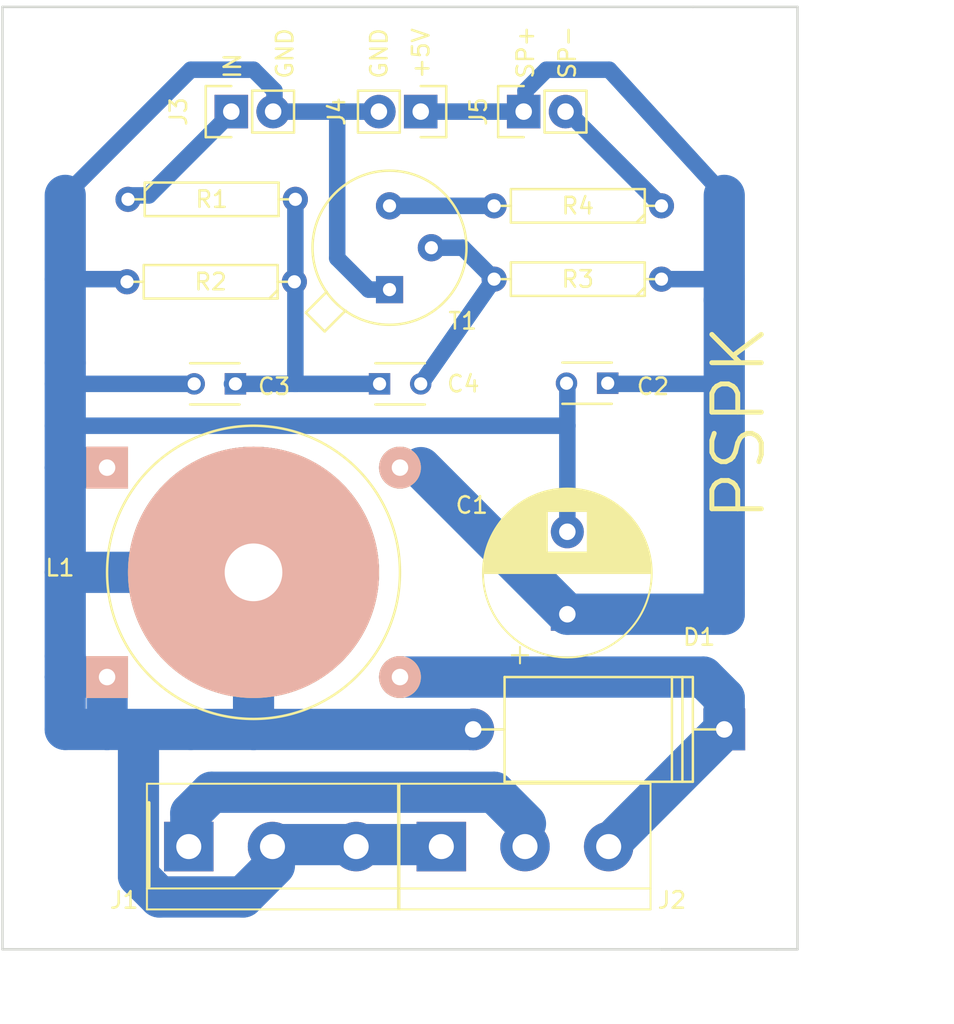
<source format=kicad_pcb>
(kicad_pcb (version 20211014) (generator pcbnew)
  (title_block (title "PSPK Speaker amplifier module") (date "2025-11-16") (rev "1.0") (company "Pozsar Zsolt") (comment 1 "Zacchaeus Microcomputer"))
  (layers (0 "F.Cu" signal) (31 "B.Cu" jumper) (34 "B.Paste" user) (35 "F.Paste" user) (36 "B.SilkS" user "B.Silkscreen") (37 "F.SilkS" user "F.Silkscreen") (38 "B.Mask" user) (39 "F.Mask" user) (44 "Edge.Cuts" user))
  (net 0 "")
  (net 1 "Net-(J4-Pad2)")
  (net 2 "Net-(R3-Pad1)")
  (net 3 "Net-(C3-Pad1)")
  (net 4 "Net-(C4-Pad2)")
  (net 5 "Net-(J2-Pad3)")
  (net 6 "Net-(J1-Pad1)")
  (net 7 "Net-(R1-Pad1)")
  (net 8 "Net-(J5-Pad2)")
  (net 9 "Net-(R4-Pad2)")
  (footprint "Pin_Headers:Pin_Header_Straight_1x02" (layer "F.Cu") (at 132 74.93 90)
    (fp_text reference "J3" (at 0 -3.2 90) (layer "F.SilkS"))
    (fp_text value "Conn_01x02_Male")
    (fp_line (start 1.27 1.27) (end 1.27 3.81) (layer "F.SilkS") (width 0.15))
    (fp_line (start -1.55 -1.55) (end 1.55 -1.55) (layer "F.SilkS") (width 0.15))
    (fp_line (start 1.55 -1.55) (end 1.55 0) (layer "F.SilkS") (width 0.15))
    (fp_line (start -1.27 1.27) (end -1.27 3.81) (layer "F.SilkS") (width 0.15))
    (fp_line (start -1.55 0) (end -1.55 -1.55) (layer "F.SilkS") (width 0.15))
    (fp_line (start 1.27 1.27) (end -1.27 1.27) (layer "F.SilkS") (width 0.15))
    (fp_line (start -1.27 3.81) (end 1.27 3.81) (layer "F.SilkS") (width 0.15))
    (pad "1" thru_hole rect locked (at 0 0 90) (size 2.032 2.032) (drill 1) (layers *.Cu *.Mask) (net 7 "Net-(R1-Pad1)"))
    (pad "2" thru_hole oval locked (at 0 2.54 90) (size 2.032 2.032) (drill 1) (layers *.Cu *.Mask) (net 1 "Net-(J4-Pad2)"))
  )
  (footprint "Pin_Headers:Pin_Header_Straight_1x02" (layer "F.Cu") (at 143.5 74.93 -90)
    (fp_text reference "J4" (at 0 5.1 90) (layer "F.SilkS"))
    (fp_text value "Conn_01x02_Male")
    (fp_line (start -1.55 -1.55) (end 1.55 -1.55) (layer "F.SilkS") (width 0.15))
    (fp_line (start 1.27 1.27) (end -1.27 1.27) (layer "F.SilkS") (width 0.15))
    (fp_line (start 1.27 1.27) (end 1.27 3.81) (layer "F.SilkS") (width 0.15))
    (fp_line (start -1.27 1.27) (end -1.27 3.81) (layer "F.SilkS") (width 0.15))
    (fp_line (start -1.27 3.81) (end 1.27 3.81) (layer "F.SilkS") (width 0.15))
    (fp_line (start -1.55 0) (end -1.55 -1.55) (layer "F.SilkS") (width 0.15))
    (fp_line (start 1.55 -1.55) (end 1.55 0) (layer "F.SilkS") (width 0.15))
    (pad "1" thru_hole rect locked (at 0 0 270) (size 2.032 2.032) (drill 1) (layers *.Cu *.Mask) (net 2 "Net-(R3-Pad1)"))
    (pad "2" thru_hole oval locked (at 0 2.54 270) (size 2.032 2.032) (drill 1) (layers *.Cu *.Mask) (net 1 "Net-(J4-Pad2)"))
  )
  (footprint "Pin_Headers:Pin_Header_Straight_1x02" (layer "F.Cu") (at 149.75 74.93 90)
    (fp_text reference "J5" (at 0 -2.75 90) (layer "F.SilkS"))
    (fp_text value "Conn_01x02_Male")
    (fp_line (start 1.55 -1.55) (end 1.55 0) (layer "F.SilkS") (width 0.15))
    (fp_line (start 1.27 1.27) (end 1.27 3.81) (layer "F.SilkS") (width 0.15))
    (fp_line (start -1.27 3.81) (end 1.27 3.81) (layer "F.SilkS") (width 0.15))
    (fp_line (start -1.55 0) (end -1.55 -1.55) (layer "F.SilkS") (width 0.15))
    (fp_line (start 1.27 1.27) (end -1.27 1.27) (layer "F.SilkS") (width 0.15))
    (fp_line (start -1.27 1.27) (end -1.27 3.81) (layer "F.SilkS") (width 0.15))
    (fp_line (start -1.55 -1.55) (end 1.55 -1.55) (layer "F.SilkS") (width 0.15))
    (pad "1" thru_hole rect locked (at 0 0 90) (size 2.032 2.032) (drill 1) (layers *.Cu *.Mask) (net 2 "Net-(R3-Pad1)"))
    (pad "2" thru_hole oval locked (at 0 2.54 90) (size 2.032 2.032) (drill 1) (layers *.Cu *.Mask) (net 8 "Net-(J5-Pad2)"))
  )
  (footprint "Discret:R4" (layer "F.Cu") (at 153.035 80.645 180)
    (fp_text reference "R4" (at 0 0) (layer "F.SilkS"))
    (fp_text value "R")
    (fp_line (start 4.064 -1.016) (end 4.064 1.016) (layer "F.SilkS") (width 0.15))
    (fp_line (start -5.08 0) (end -4.064 0) (layer "F.SilkS") (width 0.15))
    (fp_line (start -4.064 1.016) (end -4.064 0) (layer "F.SilkS") (width 0.15))
    (fp_line (start 4.064 1.016) (end -4.064 1.016) (layer "F.SilkS") (width 0.15))
    (fp_line (start 5.08 0) (end 4.064 0) (layer "F.SilkS") (width 0.15))
    (fp_line (start -4.064 -0.508) (end -3.556 -1.016) (layer "F.SilkS") (width 0.15))
    (fp_line (start -4.064 0) (end -4.064 -1.016) (layer "F.SilkS") (width 0.15))
    (fp_line (start -4.064 -1.016) (end 4.064 -1.016) (layer "F.SilkS") (width 0.15))
    (pad "1" thru_hole circle locked (at -5.08 0 180) (size 1.524 1.524) (drill 0.8) (layers *.Cu *.Mask) (net 8 "Net-(J5-Pad2)"))
    (pad "2" thru_hole circle locked (at 5.08 0 180) (size 1.524 1.524) (drill 0.8) (layers *.Cu *.Mask) (net 9 "Net-(R4-Pad2)"))
  )
  (footprint "Discret:R4" (layer "F.Cu") (at 130.81 80.25)
    (fp_text reference "R1" (at 0 0) (layer "F.SilkS"))
    (fp_text value "R")
    (fp_line (start -4.064 0) (end -4.064 -1.016) (layer "F.SilkS") (width 0.15))
    (fp_line (start -5.08 0) (end -4.064 0) (layer "F.SilkS") (width 0.15))
    (fp_line (start -4.064 1.016) (end -4.064 0) (layer "F.SilkS") (width 0.15))
    (fp_line (start -4.064 -1.016) (end 4.064 -1.016) (layer "F.SilkS") (width 0.15))
    (fp_line (start -4.064 -0.508) (end -3.556 -1.016) (layer "F.SilkS") (width 0.15))
    (fp_line (start 4.064 -1.016) (end 4.064 1.016) (layer "F.SilkS") (width 0.15))
    (fp_line (start 4.064 1.016) (end -4.064 1.016) (layer "F.SilkS") (width 0.15))
    (fp_line (start 5.08 0) (end 4.064 0) (layer "F.SilkS") (width 0.15))
    (pad "1" thru_hole circle locked (at -5.08 0) (size 1.524 1.524) (drill 0.8) (layers *.Cu *.Mask) (net 7 "Net-(R1-Pad1)"))
    (pad "2" thru_hole circle locked (at 5.08 0) (size 1.524 1.524) (drill 0.8) (layers *.Cu *.Mask) (net 3 "Net-(C3-Pad1)"))
  )
  (footprint "Discret:R4" (layer "F.Cu") (at 130.75 85.25 180)
    (fp_text reference "R2" (at 0 0) (layer "F.SilkS"))
    (fp_text value "R")
    (fp_line (start -4.064 1.016) (end -4.064 0) (layer "F.SilkS") (width 0.15))
    (fp_line (start 4.064 1.016) (end -4.064 1.016) (layer "F.SilkS") (width 0.15))
    (fp_line (start -5.08 0) (end -4.064 0) (layer "F.SilkS") (width 0.15))
    (fp_line (start 4.064 -1.016) (end 4.064 1.016) (layer "F.SilkS") (width 0.15))
    (fp_line (start -4.064 -1.016) (end 4.064 -1.016) (layer "F.SilkS") (width 0.15))
    (fp_line (start 5.08 0) (end 4.064 0) (layer "F.SilkS") (width 0.15))
    (fp_line (start -4.064 -0.508) (end -3.556 -1.016) (layer "F.SilkS") (width 0.15))
    (fp_line (start -4.064 0) (end -4.064 -1.016) (layer "F.SilkS") (width 0.15))
    (pad "1" thru_hole circle locked (at -5.08 0 180) (size 1.524 1.524) (drill 0.8) (layers *.Cu *.Mask) (net 3 "Net-(C3-Pad1)"))
    (pad "2" thru_hole circle locked (at 5.08 0 180) (size 1.524 1.524) (drill 0.8) (layers *.Cu *.Mask) (net 1 "Net-(J4-Pad2)"))
  )
  (footprint "Discret:R4" (layer "F.Cu") (at 153.035 85.09 180)
    (fp_text reference "R3" (at 0 0) (layer "F.SilkS"))
    (fp_text value "R")
    (fp_line (start -4.064 1.016) (end -4.064 0) (layer "F.SilkS") (width 0.15))
    (fp_line (start -4.064 -0.508) (end -3.556 -1.016) (layer "F.SilkS") (width 0.15))
    (fp_line (start 4.064 -1.016) (end 4.064 1.016) (layer "F.SilkS") (width 0.15))
    (fp_line (start -5.08 0) (end -4.064 0) (layer "F.SilkS") (width 0.15))
    (fp_line (start -4.064 -1.016) (end 4.064 -1.016) (layer "F.SilkS") (width 0.15))
    (fp_line (start 5.08 0) (end 4.064 0) (layer "F.SilkS") (width 0.15))
    (fp_line (start 4.064 1.016) (end -4.064 1.016) (layer "F.SilkS") (width 0.15))
    (fp_line (start -4.064 0) (end -4.064 -1.016) (layer "F.SilkS") (width 0.15))
    (pad "1" thru_hole circle locked (at -5.08 0 180) (size 1.524 1.524) (drill 0.8) (layers *.Cu *.Mask) (net 2 "Net-(R3-Pad1)"))
    (pad "2" thru_hole circle locked (at 5.08 0 180) (size 1.524 1.524) (drill 0.8) (layers *.Cu *.Mask) (net 4 "Net-(C4-Pad2)"))
  )
  (footprint "Capacitors_THT:C_Disc_D3_P2.5" (layer "F.Cu") (at 132.25 91.44 180)
    (fp_text reference "C3" (at -2.35 -0.16) (layer "F.SilkS"))
    (fp_text value "C")
    (fp_line (start -0.25 -1.25) (end 2.75 -1.25) (layer "F.SilkS") (width 0.15))
    (fp_line (start 2.75 1.25) (end -0.25 1.25) (layer "F.SilkS") (width 0.15))
    (pad "1" thru_hole rect locked (at 0 0 180) (size 1.3 1.3) (drill 0.8) (layers *.Cu *.Mask) (net 3 "Net-(C3-Pad1)"))
    (pad "2" thru_hole circle locked (at 2.5 0 180) (size 1.3 1.3) (drill 0.8) (layers *.Cu *.Mask) (net 1 "Net-(J4-Pad2)"))
  )
  (footprint "Capacitors_THT:C_Disc_D3_P2.5" (layer "F.Cu") (at 154.85 91.4 180)
    (fp_text reference "C2" (at -2.75 -0.2) (layer "F.SilkS"))
    (fp_text value "C")
    (fp_line (start -0.25 -1.25) (end 2.75 -1.25) (layer "F.SilkS") (width 0.15))
    (fp_line (start 2.75 1.25) (end -0.25 1.25) (layer "F.SilkS") (width 0.15))
    (pad "1" thru_hole rect locked (at 0 0 180) (size 1.3 1.3) (drill 0.8) (layers *.Cu *.Mask) (net 2 "Net-(R3-Pad1)"))
    (pad "2" thru_hole circle locked (at 2.5 0 180) (size 1.3 1.3) (drill 0.8) (layers *.Cu *.Mask) (net 1 "Net-(J4-Pad2)"))
  )
  (footprint "TO_SOT_Packages_THT:TO39EBC" (layer "F.Cu") (at 141.605 85.725 90)
    (fp_text reference "T1" (at -1.905 4.445 180) (layer "F.SilkS"))
    (fp_text value "Q_NPN_EBC")
    (fp_line (start -0.127 -3.81) (end -1.397 -5.08) (layer "F.SilkS") (width 0.15))
    (fp_line (start -1.397 -5.08) (end -2.54 -3.937) (layer "F.SilkS") (width 0.15))
    (fp_line (start -1.27 -2.667) (end -2.54 -3.937) (layer "F.SilkS") (width 0.15))
    (fp_circle (center 2.54 0) (end 5.715 3.429) (layer "F.SilkS") (width 0.15) (fill none))
    (pad "1" thru_hole rect locked (at 0 0 90) (size 1.651 1.651) (drill 0.8) (layers *.Cu *.Mask) (net 1 "Net-(J4-Pad2)"))
    (pad "2" thru_hole circle locked (at 2.54 2.54 90) (size 1.651 1.651) (drill 0.8) (layers *.Cu *.Mask) (net 4 "Net-(C4-Pad2)"))
    (pad "3" thru_hole circle locked (at 5.08 0 90) (size 1.651 1.651) (drill 0.8) (layers *.Cu *.Mask) (net 9 "Net-(R4-Pad2)"))
  )
  (footprint "Capacitor_THT:CP_Radial_D10.0mm_P5.00mm" (layer "F.Cu") (at 152.4 105.41 90)
    (fp_text reference "C1" (at 6.61 -5.8 180) (layer "F.SilkS"))
    (fp_text value "C_Polarized")
    (fp_line (start 5.181 -4.323) (end 5.181 -1.241) (layer "F.SilkS") (width 0.12))
    (fp_line (start 2.62 -5.079) (end 2.62 5.079) (layer "F.SilkS") (width 0.12))
    (fp_line (start 6.901 -2.579) (end 6.901 2.579) (layer "F.SilkS") (width 0.12))
    (fp_line (start 7.221 -1.944) (end 7.221 1.944) (layer "F.SilkS") (width 0.12))
    (fp_line (start 5.341 -4.221) (end 5.341 -1.241) (layer "F.SilkS") (width 0.12))
    (fp_line (start 4.621 1.241) (end 4.621 4.621) (layer "F.SilkS") (width 0.12))
    (fp_line (start 3.821 -4.907) (end 3.821 -1.241) (layer "F.SilkS") (width 0.12))
    (fp_line (start 6.181 -3.52) (end 6.181 -1.241) (layer "F.SilkS") (width 0.12))
    (fp_line (start 4.981 -4.44) (end 4.981 -1.241) (layer "F.SilkS") (width 0.12))
    (fp_line (start 3.421 -4.997) (end 3.421 4.997) (layer "F.SilkS") (width 0.12))
    (fp_line (start 3.18 -5.035) (end 3.18 5.035) (layer "F.SilkS") (width 0.12))
    (fp_line (start 4.221 -4.783) (end 4.221 -1.241) (layer "F.SilkS") (width 0.12))
    (fp_line (start 5.461 1.241) (end 5.461 4.138) (layer "F.SilkS") (width 0.12))
    (fp_line (start 6.021 -3.679) (end 6.021 -1.241) (layer "F.SilkS") (width 0.12))
    (fp_line (start 5.781 1.241) (end 5.781 3.892) (layer "F.SilkS") (width 0.12))
    (fp_line (start 5.581 -4.05) (end 5.581 -1.241) (layer "F.SilkS") (width 0.12))
    (fp_line (start 3.741 -4.928) (end 3.741 4.928) (layer "F.SilkS") (width 0.12))
    (fp_line (start 6.981 -2.439) (end 6.981 2.439) (layer "F.SilkS") (width 0.12))
    (fp_line (start -2.979646 -2.875) (end -1.979646 -2.875) (layer "F.SilkS") (width 0.12))
    (fp_line (start 6.141 1.241) (end 6.141 3.561) (layer "F.SilkS") (width 0.12))
    (fp_line (start 4.901 1.241) (end 4.901 4.483) (layer "F.SilkS") (width 0.12))
    (fp_line (start 5.101 -4.371) (end 5.101 -1.241) (layer "F.SilkS") (width 0.12))
    (fp_line (start 4.741 -4.564) (end 4.741 -1.241) (layer "F.SilkS") (width 0.12))
    (fp_line (start 5.861 1.241) (end 5.861 3.824) (layer "F.SilkS") (width 0.12))
    (fp_line (start 4.261 1.241) (end 4.261 4.768) (layer "F.SilkS") (width 0.12))
    (fp_line (start 6.821 -2.709) (end 6.821 2.709) (layer "F.SilkS") (width 0.12))
    (fp_line (start 6.501 -3.156) (end 6.501 3.156) (layer "F.SilkS") (width 0.12))
    (fp_line (start 4.461 1.241) (end 4.461 4.69) (layer "F.SilkS") (width 0.12))
    (fp_line (start 4.181 -4.797) (end 4.181 -1.241) (layer "F.SilkS") (width 0.12))
    (fp_line (start 4.901 -4.483) (end 4.901 -1.241) (layer "F.SilkS") (width 0.12))
    (fp_line (start 3.341 -5.011) (end 3.341 5.011) (layer "F.SilkS") (width 0.12))
    (fp_line (start 5.341 1.241) (end 5.341 4.221) (layer "F.SilkS") (width 0.12))
    (fp_line (start 6.261 -3.436) (end 6.261 3.436) (layer "F.SilkS") (width 0.12))
    (fp_line (start 3.941 -4.874) (end 3.941 -1.241) (layer "F.SilkS") (width 0.12))
    (fp_line (start 2.78 -5.073) (end 2.78 5.073) (layer "F.SilkS") (width 0.12))
    (fp_line (start 4.941 -4.462) (end 4.941 -1.241) (layer "F.SilkS") (width 0.12))
    (fp_line (start 6.221 -3.478) (end 6.221 -1.241) (layer "F.SilkS") (width 0.12))
    (fp_line (start 5.701 -3.957) (end 5.701 -1.241) (layer "F.SilkS") (width 0.12))
    (fp_line (start 6.381 -3.301) (end 6.381 3.301) (layer "F.SilkS") (width 0.12))
    (fp_line (start 4.021 -4.85) (end 4.021 -1.241) (layer "F.SilkS") (width 0.12))
    (fp_line (start 7.581 -0.599) (end 7.581 0.599) (layer "F.SilkS") (width 0.12))
    (fp_line (start 2.82 -5.07) (end 2.82 5.07) (layer "F.SilkS") (width 0.12))
    (fp_line (start 3.861 -4.897) (end 3.861 -1.241) (layer "F.SilkS") (width 0.12))
    (fp_line (start 6.541 -3.106) (end 6.541 3.106) (layer "F.SilkS") (width 0.12))
    (fp_line (start 5.421 1.241) (end 5.421 4.166) (layer "F.SilkS") (width 0.12))
    (fp_line (start 5.221 1.241) (end 5.221 4.298) (layer "F.SilkS") (width 0.12))
    (fp_line (start 3.581 -4.965) (end 3.581 4.965) (layer "F.SilkS") (width 0.12))
    (fp_line (start 5.661 1.241) (end 5.661 3.989) (layer "F.SilkS") (width 0.12))
    (fp_line (start 5.141 -4.347) (end 5.141 -1.241) (layer "F.SilkS") (width 0.12))
    (fp_line (start 7.101 -2.209) (end 7.101 2.209) (layer "F.SilkS") (width 0.12))
    (fp_line (start 5.621 -4.02) (end 5.621 -1.241) (layer "F.SilkS") (width 0.12))
    (fp_line (start 5.301 1.241) (end 5.301 4.247) (layer "F.SilkS") (width 0.12))
    (fp_line (start 6.701 -2.889) (end 6.701 2.889) (layer "F.SilkS") (width 0.12))
    (fp_line (start 3.221 -5.03) (end 3.221 5.03) (layer "F.SilkS") (width 0.12))
    (fp_line (start 4.461 -4.69) (end 4.461 -1.241) (layer "F.SilkS") (width 0.12))
    (fp_line (start 4.541 -4.657) (end 4.541 -1.241) (layer "F.SilkS") (width 0.12))
    (fp_line (start 3.501 -4.982) (end 3.501 4.982) (layer "F.SilkS") (width 0.12))
    (fp_line (start 4.021 1.241) (end 4.021 4.85) (layer "F.SilkS") (width 0.12))
    (fp_line (start 6.301 -3.392) (end 6.301 3.392) (layer "F.SilkS") (width 0.12))
    (fp_line (start 7.541 -0.862) (end 7.541 0.862) (layer "F.SilkS") (width 0.12))
    (fp_line (start 4.181 1.241) (end 4.181 4.797) (layer "F.SilkS") (width 0.12))
    (fp_line (start 4.781 -4.545) (end 4.781 -1.241) (layer "F.SilkS") (width 0.12))
    (fp_line (start 7.181 -2.037) (end 7.181 2.037) (layer "F.SilkS") (width 0.12))
    (fp_line (start 4.341 1.241) (end 4.341 4.738) (layer "F.SilkS") (width 0.12))
    (fp_line (start 5.941 -3.753) (end 5.941 -1.241) (layer "F.SilkS") (width 0.12))
    (fp_line (start 4.821 1.241) (end 4.821 4.525) (layer "F.SilkS") (width 0.12))
    (fp_line (start 3.861 1.241) (end 3.861 4.897) (layer "F.SilkS") (width 0.12))
    (fp_line (start 3.981 1.241) (end 3.981 4.862) (layer "F.SilkS") (width 0.12))
    (fp_line (start -2.479646 -3.375) (end -2.479646 -2.375) (layer "F.SilkS") (width 0.12))
    (fp_line (start 5.061 1.241) (end 5.061 4.395) (layer "F.SilkS") (width 0.12))
    (fp_line (start 5.581 1.241) (end 5.581 4.05) (layer "F.SilkS") (width 0.12))
    (fp_line (start 5.981 1.241) (end 5.981 3.716) (layer "F.SilkS") (width 0.12))
    (fp_line (start 3.781 1.241) (end 3.781 4.918) (layer "F.SilkS") (width 0.12))
    (fp_line (start 4.661 -4.603) (end 4.661 -1.241) (layer "F.SilkS") (width 0.12))
    (fp_line (start 6.061 -3.64) (end 6.061 -1.241) (layer "F.SilkS") (width 0.12))
    (fp_line (start 5.701 1.241) (end 5.701 3.957) (layer "F.SilkS") (width 0.12))
    (fp_line (start 3.461 -4.99) (end 3.461 4.99) (layer "F.SilkS") (width 0.12))
    (fp_line (start 5.501 1.241) (end 5.501 4.11) (layer "F.SilkS") (width 0.12))
    (fp_line (start 3.1 -5.045) (end 3.1 5.045) (layer "F.SilkS") (width 0.12))
    (fp_line (start 2.86 -5.068) (end 2.86 5.068) (layer "F.SilkS") (width 0.12))
    (fp_line (start 3.701 -4.938) (end 3.701 4.938) (layer "F.SilkS") (width 0.12))
    (fp_line (start 5.141 1.241) (end 5.141 4.347) (layer "F.SilkS") (width 0.12))
    (fp_line (start 6.621 -3) (end 6.621 3) (layer "F.SilkS") (width 0.12))
    (fp_line (start 7.501 -1.062) (end 7.501 1.062) (layer "F.SilkS") (width 0.12))
    (fp_line (start 5.741 -3.925) (end 5.741 -1.241) (layer "F.SilkS") (width 0.12))
    (fp_line (start 6.781 -2.77) (end 6.781 2.77) (layer "F.SilkS") (width 0.12))
    (fp_line (start 5.661 -3.989) (end 5.661 -1.241) (layer "F.SilkS") (width 0.12))
    (fp_line (start 5.221 -4.298) (end 5.221 -1.241) (layer "F.SilkS") (width 0.12))
    (fp_line (start 5.381 -4.194) (end 5.381 -1.241) (layer "F.SilkS") (width 0.12))
    (fp_line (start 4.061 -4.837) (end 4.061 -1.241) (layer "F.SilkS") (width 0.12))
    (fp_line (start 7.381 -1.51) (end 7.381 1.51) (layer "F.SilkS") (width 0.12))
    (fp_line (start 5.261 1.241) (end 5.261 4.273) (layer "F.SilkS") (width 0.12))
    (fp_line (start 7.261 -1.846) (end 7.261 1.846) (layer "F.SilkS") (width 0.12))
    (fp_line (start 4.141 1.241) (end 4.141 4.811) (layer "F.SilkS") (width 0.12))
    (fp_line (start 7.061 -2.289) (end 7.061 2.289) (layer "F.SilkS") (width 0.12))
    (fp_line (start 4.381 1.241) (end 4.381 4.723) (layer "F.SilkS") (width 0.12))
    (fp_line (start 4.701 1.241) (end 4.701 4.584) (layer "F.SilkS") (width 0.12))
    (fp_line (start 2.54 -5.08) (end 2.54 5.08) (layer "F.SilkS") (width 0.12))
    (fp_line (start 3.14 -5.04) (end 3.14 5.04) (layer "F.SilkS") (width 0.12))
    (fp_line (start 2.66 -5.078) (end 2.66 5.078) (layer "F.SilkS") (width 0.12))
    (fp_line (start 4.781 1.241) (end 4.781 4.545) (layer "F.SilkS") (width 0.12))
    (fp_line (start 5.021 -4.417) (end 5.021 -1.241) (layer "F.SilkS") (width 0.12))
    (fp_line (start 3.781 -4.918) (end 3.781 -1.241) (layer "F.SilkS") (width 0.12))
    (fp_line (start 3.541 -4.974) (end 3.541 4.974) (layer "F.SilkS") (width 0.12))
    (fp_line (start 6.141 -3.561) (end 6.141 -1.241) (layer "F.SilkS") (width 0.12))
    (fp_line (start 4.661 1.241) (end 4.661 4.603) (layer "F.SilkS") (width 0.12))
    (fp_line (start 3.261 -5.024) (end 3.261 5.024) (layer "F.SilkS") (width 0.12))
    (fp_line (start 3.661 -4.947) (end 3.661 4.947) (layer "F.SilkS") (width 0.12))
    (fp_line (start 5.501 -4.11) (end 5.501 -1.241) (layer "F.SilkS") (width 0.12))
    (fp_line (start 4.501 -4.674) (end 4.501 -1.241) (layer "F.SilkS") (width 0.12))
    (fp_line (start 4.701 -4.584) (end 4.701 -1.241) (layer "F.SilkS") (width 0.12))
    (fp_line (start 4.101 -4.824) (end 4.101 -1.241) (layer "F.SilkS") (width 0.12))
    (fp_line (start 3.621 -4.956) (end 3.621 4.956) (layer "F.SilkS") (width 0.12))
    (fp_line (start 2.74 -5.075) (end 2.74 5.075) (layer "F.SilkS") (width 0.12))
    (fp_line (start 7.461 -1.23) (end 7.461 1.23) (layer "F.SilkS") (width 0.12))
    (fp_line (start 7.141 -2.125) (end 7.141 2.125) (layer "F.SilkS") (width 0.12))
    (fp_line (start 5.541 1.241) (end 5.541 4.08) (layer "F.SilkS") (width 0.12))
    (fp_line (start 6.101 -3.601) (end 6.101 -1.241) (layer "F.SilkS") (width 0.12))
    (fp_line (start 4.221 1.241) (end 4.221 4.783) (layer "F.SilkS") (width 0.12))
    (fp_line (start 4.101 1.241) (end 4.101 4.824) (layer "F.SilkS") (width 0.12))
    (fp_line (start 5.181 1.241) (end 5.181 4.323) (layer "F.SilkS") (width 0.12))
    (fp_line (start 4.941 1.241) (end 4.941 4.462) (layer "F.SilkS") (width 0.12))
    (fp_line (start 7.421 -1.378) (end 7.421 1.378) (layer "F.SilkS") (width 0.12))
    (fp_line (start 5.101 1.241) (end 5.101 4.371) (layer "F.SilkS") (width 0.12))
    (fp_line (start 6.181 1.241) (end 6.181 3.52) (layer "F.SilkS") (width 0.12))
    (fp_line (start 5.621 1.241) (end 5.621 4.02) (layer "F.SilkS") (width 0.12))
    (fp_line (start 3.381 -5.004) (end 3.381 5.004) (layer "F.SilkS") (width 0.12))
    (fp_line (start 6.341 -3.347) (end 6.341 3.347) (layer "F.SilkS") (width 0.12))
    (fp_line (start 6.061 1.241) (end 6.061 3.64) (layer "F.SilkS") (width 0.12))
    (fp_line (start 4.421 1.241) (end 4.421 4.707) (layer "F.SilkS") (width 0.12))
    (fp_line (start 5.541 -4.08) (end 5.541 -1.241) (layer "F.SilkS") (width 0.12))
    (fp_line (start 7.301 -1.742) (end 7.301 1.742) (layer "F.SilkS") (width 0.12))
    (fp_line (start 4.861 -4.504) (end 4.861 -1.241) (layer "F.SilkS") (width 0.12))
    (fp_line (start 3.901 1.241) (end 3.901 4.885) (layer "F.SilkS") (width 0.12))
    (fp_line (start 6.421 -3.254) (end 6.421 3.254) (layer "F.SilkS") (width 0.12))
    (fp_line (start 5.301 -4.247) (end 5.301 -1.241) (layer "F.SilkS") (width 0.12))
    (fp_line (start 6.221 1.241) (end 6.221 3.478) (layer "F.SilkS") (width 0.12))
    (fp_line (start 3.02 -5.054) (end 3.02 5.054) (layer "F.SilkS") (width 0.12))
    (fp_line (start 5.861 -3.824) (end 5.861 -1.241) (layer "F.SilkS") (width 0.12))
    (fp_line (start 6.461 -3.206) (end 6.461 3.206) (layer "F.SilkS") (width 0.12))
    (fp_line (start 4.581 1.241) (end 4.581 4.639) (layer "F.SilkS") (width 0.12))
    (fp_line (start 3.941 1.241) (end 3.941 4.874) (layer "F.SilkS") (width 0.12))
    (fp_line (start 5.821 -3.858) (end 5.821 -1.241) (layer "F.SilkS") (width 0.12))
    (fp_line (start 4.341 -4.738) (end 4.341 -1.241) (layer "F.SilkS") (width 0.12))
    (fp_line (start 4.141 -4.811) (end 4.141 -1.241) (layer "F.SilkS") (width 0.12))
    (fp_line (start 4.861 1.241) (end 4.861 4.504) (layer "F.SilkS") (width 0.12))
    (fp_line (start 3.301 -5.018) (end 3.301 5.018) (layer "F.SilkS") (width 0.12))
    (fp_line (start 3.901 -4.885) (end 3.901 -1.241) (layer "F.SilkS") (width 0.12))
    (fp_line (start 5.741 1.241) (end 5.741 3.925) (layer "F.SilkS") (width 0.12))
    (fp_line (start 4.301 -4.754) (end 4.301 -1.241) (layer "F.SilkS") (width 0.12))
    (fp_line (start 5.261 -4.273) (end 5.261 -1.241) (layer "F.SilkS") (width 0.12))
    (fp_line (start 6.941 -2.51) (end 6.941 2.51) (layer "F.SilkS") (width 0.12))
    (fp_line (start 6.741 -2.83) (end 6.741 2.83) (layer "F.SilkS") (width 0.12))
    (fp_line (start 6.861 -2.645) (end 6.861 2.645) (layer "F.SilkS") (width 0.12))
    (fp_line (start 4.541 1.241) (end 4.541 4.657) (layer "F.SilkS") (width 0.12))
    (fp_line (start 2.98 -5.058) (end 2.98 5.058) (layer "F.SilkS") (width 0.12))
    (fp_line (start 5.981 -3.716) (end 5.981 -1.241) (layer "F.SilkS") (width 0.12))
    (fp_line (start 4.741 1.241) (end 4.741 4.564) (layer "F.SilkS") (width 0.12))
    (fp_line (start 2.58 -5.08) (end 2.58 5.08) (layer "F.SilkS") (width 0.12))
    (fp_line (start 2.9 -5.065) (end 2.9 5.065) (layer "F.SilkS") (width 0.12))
    (fp_line (start 5.821 1.241) (end 5.821 3.858) (layer "F.SilkS") (width 0.12))
    (fp_line (start 2.94 -5.062) (end 2.94 5.062) (layer "F.SilkS") (width 0.12))
    (fp_line (start 5.061 -4.395) (end 5.061 -1.241) (layer "F.SilkS") (width 0.12))
    (fp_line (start 7.021 -2.365) (end 7.021 2.365) (layer "F.SilkS") (width 0.12))
    (fp_line (start 4.301 1.241) (end 4.301 4.754) (layer "F.SilkS") (width 0.12))
    (fp_line (start 4.261 -4.768) (end 4.261 -1.241) (layer "F.SilkS") (width 0.12))
    (fp_line (start 4.061 1.241) (end 4.061 4.837) (layer "F.SilkS") (width 0.12))
    (fp_line (start 4.501 1.241) (end 4.501 4.674) (layer "F.SilkS") (width 0.12))
    (fp_line (start 4.581 -4.639) (end 4.581 -1.241) (layer "F.SilkS") (width 0.12))
    (fp_line (start 4.381 -4.723) (end 4.381 -1.241) (layer "F.SilkS") (width 0.12))
    (fp_line (start 5.461 -4.138) (end 5.461 -1.241) (layer "F.SilkS") (width 0.12))
    (fp_line (start 5.781 -3.892) (end 5.781 -1.241) (layer "F.SilkS") (width 0.12))
    (fp_line (start 2.5 -5.08) (end 2.5 5.08) (layer "F.SilkS") (width 0.12))
    (fp_line (start 3.981 -4.862) (end 3.981 -1.241) (layer "F.SilkS") (width 0.12))
    (fp_line (start 6.101 1.241) (end 6.101 3.601) (layer "F.SilkS") (width 0.12))
    (fp_line (start 3.06 -5.05) (end 3.06 5.05) (layer "F.SilkS") (width 0.12))
    (fp_line (start 5.421 -4.166) (end 5.421 -1.241) (layer "F.SilkS") (width 0.12))
    (fp_line (start 5.941 1.241) (end 5.941 3.753) (layer "F.SilkS") (width 0.12))
    (fp_line (start 3.821 1.241) (end 3.821 4.907) (layer "F.SilkS") (width 0.12))
    (fp_line (start 2.7 -5.077) (end 2.7 5.077) (layer "F.SilkS") (width 0.12))
    (fp_line (start 5.021 1.241) (end 5.021 4.417) (layer "F.SilkS") (width 0.12))
    (fp_line (start 4.421 -4.707) (end 4.421 -1.241) (layer "F.SilkS") (width 0.12))
    (fp_line (start 5.901 1.241) (end 5.901 3.789) (layer "F.SilkS") (width 0.12))
    (fp_line (start 4.981 1.241) (end 4.981 4.44) (layer "F.SilkS") (width 0.12))
    (fp_line (start 4.621 -4.621) (end 4.621 -1.241) (layer "F.SilkS") (width 0.12))
    (fp_line (start 6.021 1.241) (end 6.021 3.679) (layer "F.SilkS") (width 0.12))
    (fp_line (start 6.661 -2.945) (end 6.661 2.945) (layer "F.SilkS") (width 0.12))
    (fp_line (start 6.581 -3.054) (end 6.581 3.054) (layer "F.SilkS") (width 0.12))
    (fp_line (start 7.341 -1.63) (end 7.341 1.63) (layer "F.SilkS") (width 0.12))
    (fp_line (start 5.381 1.241) (end 5.381 4.194) (layer "F.SilkS") (width 0.12))
    (fp_line (start 4.821 -4.525) (end 4.821 -1.241) (layer "F.SilkS") (width 0.12))
    (fp_line (start 5.901 -3.789) (end 5.901 -1.241) (layer "F.SilkS") (width 0.12))
    (fp_circle (center 2.5 0) (end 7.62 0) (layer "F.SilkS") (width 0.12) (fill none))
    (pad "1" thru_hole rect (at 0 0 90) (size 2 2) (drill 1) (layers *.Cu *.Mask) (net 2 "Net-(R3-Pad1)"))
    (pad "2" thru_hole circle (at 5 0 90) (size 2 2) (drill 1) (layers *.Cu *.Mask) (net 1 "Net-(J4-Pad2)"))
  )
  (footprint "Discret:D6" (layer "F.Cu") (at 154.305 112.395)
    (fp_text reference "D1" (at 6.095 -5.595) (layer "F.SilkS"))
    (fp_text value "D")
    (fp_line (start 4.445 3.175) (end 4.445 -3.175) (layer "F.SilkS") (width 0.15))
    (fp_line (start 5.715 -3.175) (end -5.715 -3.175) (layer "F.SilkS") (width 0.15))
    (fp_line (start -5.715 3.175) (end 5.715 3.175) (layer "F.SilkS") (width 0.15))
    (fp_line (start 5.715 3.175) (end 5.715 -3.175) (layer "F.SilkS") (width 0.15))
    (fp_line (start 5.715 0) (end 7.62 0) (layer "F.SilkS") (width 0.15))
    (fp_line (start -5.715 -3.175) (end -5.715 3.175) (layer "F.SilkS") (width 0.15))
    (fp_line (start 5.08 -3.175) (end 5.08 3.175) (layer "F.SilkS") (width 0.15))
    (fp_line (start -5.715 0) (end -7.62 0) (layer "F.SilkS") (width 0.15))
    (pad "1" thru_hole rect locked (at 7.62 0) (size 2.54 2.54) (drill 1) (layers *.Cu *.Mask) (net 5 "Net-(J2-Pad3)"))
    (pad "2" thru_hole circle locked (at -7.62 0) (size 2.54 2.54) (drill 1) (layers *.Cu *.Mask) (net 1 "Net-(J4-Pad2)"))
  )
  (footprint "Capacitors_THT:C_Disc_D3_P2.5" (layer "F.Cu") (at 141 91.44)
    (fp_text reference "C4" (at 5.08 0) (layer "F.SilkS"))
    (fp_text value "C")
    (fp_line (start -0.25 -1.25) (end 2.75 -1.25) (layer "F.SilkS") (width 0.15))
    (fp_line (start 2.75 1.25) (end -0.25 1.25) (layer "F.SilkS") (width 0.15))
    (pad "1" thru_hole rect locked (at 0 0) (size 1.3 1.3) (drill 0.8) (layers *.Cu *.Mask) (net 3 "Net-(C3-Pad1)"))
    (pad "2" thru_hole circle locked (at 2.5 0) (size 1.3 1.3) (drill 0.8) (layers *.Cu *.Mask) (net 4 "Net-(C4-Pad2)"))
  )
  (footprint "Choke_Toroid_ThroughHole:Transformer_Toroid_horizontal_Diameter18mm" (layer "F.Cu") (at 133.35 102.87 180)
    (fp_text reference "L1" (at 11.75 0.27) (layer "F.SilkS"))
    (fp_text value "L")
    (fp_circle (center 0 0) (end 8.89 0) (layer "F.SilkS") (width 0.15) (fill none))
    (pad "" thru_hole circle locked (at 0 0 180) (size 15.24 15.24) (drill 3.5) (layers *.Cu *.SilkS *.Mask))
    (pad "1" thru_hole circle locked (at -8.89 -6.35 180) (size 2.54 2.54) (drill 1) (layers *.Cu *.SilkS *.Mask) (net 5 "Net-(J2-Pad3)"))
    (pad "2" thru_hole circle locked (at -8.89 6.35 180) (size 2.54 2.54) (drill 1) (layers *.Cu *.SilkS *.Mask) (net 2 "Net-(R3-Pad1)"))
    (pad "3" thru_hole rect locked (at 8.89 -6.35 180) (size 2.54 2.54) (drill 1) (layers *.Cu *.SilkS *.Mask))
    (pad "4" thru_hole rect locked (at 8.89 6.35 180) (size 2.54 2.54) (drill 1) (layers *.Cu *.SilkS *.Mask))
  )
  (footprint "TerminalBlock:TerminalBlock_bornier-3_P5.08mm" (layer "F.Cu") (at 129.42 119.5)
    (fp_text reference "J1" (at -3.92 3.25) (layer "F.SilkS"))
    (fp_text value "Screw_Terminal_01x03")
    (fp_line (start -2.54 3.81) (end 12.7 3.81) (layer "F.SilkS") (width 0.12))
    (fp_line (start -2.54 -3.81) (end 12.7 -3.81) (layer "F.SilkS") (width 0.12))
    (fp_line (start -2.54 3.81) (end -2.54 -3.81) (layer "F.SilkS") (width 0.12))
    (fp_line (start 12.7 3.81) (end 12.7 -3.81) (layer "F.SilkS") (width 0.12))
    (fp_line (start -2.54 2.54) (end 12.7 2.54) (layer "F.SilkS") (width 0.12))
    (pad "1" thru_hole rect (at 0 0) (size 3 3) (drill 1.52) (layers *.Cu *.Mask) (net 6 "Net-(J1-Pad1)"))
    (pad "2" thru_hole circle (at 5.08 0) (size 3 3) (drill 1.52) (layers *.Cu *.Mask) (net 1 "Net-(J4-Pad2)"))
    (pad "3" thru_hole circle (at 10.16 0) (size 3 3) (drill 1.52) (layers *.Cu *.Mask) (net 1 "Net-(J4-Pad2)"))
  )
  (footprint "TerminalBlock:TerminalBlock_bornier-3_P5.08mm" (layer "F.Cu") (at 144.75 119.5)
    (fp_text reference "J2" (at 14 3.25) (layer "F.SilkS"))
    (fp_text value "Screw_Terminal_01x03")
    (fp_line (start 12.7 3.81) (end 12.7 -3.81) (layer "F.SilkS") (width 0.12))
    (fp_line (start -2.54 -3.81) (end 12.7 -3.81) (layer "F.SilkS") (width 0.12))
    (fp_line (start -2.54 3.81) (end -2.54 -3.81) (layer "F.SilkS") (width 0.12))
    (fp_line (start -2.54 3.81) (end 12.7 3.81) (layer "F.SilkS") (width 0.12))
    (fp_line (start -2.54 2.54) (end 12.7 2.54) (layer "F.SilkS") (width 0.12))
    (pad "1" thru_hole rect (at 0 0) (size 3 3) (drill 1.52) (layers *.Cu *.Mask) (net 1 "Net-(J4-Pad2)"))
    (pad "2" thru_hole circle (at 5.08 0) (size 3 3) (drill 1.52) (layers *.Cu *.Mask) (net 6 "Net-(J1-Pad1)"))
    (pad "3" thru_hole circle (at 10.16 0) (size 3 3) (drill 1.52) (layers *.Cu *.Mask) (net 5 "Net-(J2-Pad3)"))
  )
  (gr_line (start 127 116.84) (end 127 121.92) (layer "F.SilkS") (width 0.2))
  (gr_line (start 166.37 68.58) (end 166.37 125.73) (layer "Edge.Cuts") (width 0.15))
  (gr_line (start 165.1 125.73) (end 166.37 125.73) (layer "Edge.Cuts") (width 0.15))
  (gr_line (start 166.37 125.73) (end 158.115 125.73) (layer "Edge.Cuts") (width 0.15))
  (gr_line (start 118.11 68.58) (end 160.02 68.58) (layer "Edge.Cuts") (width 0.15))
  (gr_line (start 158.115 125.73) (end 165.1 125.73) (layer "Edge.Cuts") (width 0.15))
  (gr_line (start 158.115 125.73) (end 118.11 125.73) (layer "Edge.Cuts") (width 0.15))
  (gr_line (start 118.11 125.73) (end 118.11 68.58) (layer "Edge.Cuts") (width 0.15))
  (gr_line (start 160.02 68.58) (end 166.37 68.58) (layer "Edge.Cuts") (width 0.15))
  (gr_text "SP-" (at 152.4 73.025 90) (layer "F.SilkS") (effects (font (size 1 1)) (justify left)))
  (gr_text "PSPK" (at 162.8 93.8 90) (layer "F.SilkS") (effects (font (size 3 3) (thickness 0.3))))
  (gr_text "+5V" (at 143.51 73.025 90) (layer "F.SilkS") (effects (font (size 1 1)) (justify left)))
  (gr_text "GND" (at 135.255 73.025 90) (layer "F.SilkS") (effects (font (size 1 1)) (justify left)))
  (gr_text "IN" (at 132.08 73.025 90) (layer "F.SilkS") (effects (font (size 1 1)) (justify left)))
  (gr_text "GND" (at 140.97 73.025 90) (layer "F.SilkS") (effects (font (size 1 1)) (justify left)))
  (gr_text "SP+" (at 149.86 73.025 90) (layer "F.SilkS") (effects (font (size 1 1)) (justify left)))
  (segment (start 134.62 73.66) (end 133.35 72.39) (width 1) (layer "B.Cu") (net 1))
  (segment (start 133.35 72.39) (end 129.54 72.39) (width 1) (layer "B.Cu") (net 1))
  (segment (start 129.54 72.39) (end 121.92 80.01) (width 1) (layer "B.Cu") (net 1))
  (segment (start 121.92 80.01) (end 121.92 85.09) (width 2.5) (layer "B.Cu") (net 1))
  (segment (start 121.92 85.09) (end 121.92 90.17) (width 2.5) (layer "B.Cu") (net 1))
  (segment (start 121.92 90.17) (end 121.92 91.44) (width 2.5) (layer "B.Cu") (net 1))
  (segment (start 140.335 85.725) (end 138.43 83.82) (width 1) (layer "B.Cu") (net 1))
  (segment (start 138.43 83.82) (end 138.43 74.93) (width 1) (layer "B.Cu") (net 1))
  (segment (start 138.43 74.93) (end 134.62 74.93) (width 1) (layer "B.Cu") (net 1))
  (segment (start 121.92 91.44) (end 121.92 93.98) (width 2.5) (layer "B.Cu") (net 1))
  (segment (start 121.92 107.95) (end 121.92 102.87) (width 2.5) (layer "B.Cu") (net 1))
  (segment (start 152.4 93.98) (end 152.4 91.44) (width 1) (layer "B.Cu") (net 1))
  (segment (start 121.92 112.395) (end 121.92 109.22) (width 2.5) (layer "B.Cu") (net 1))
  (segment (start 129.54 112.395) (end 124.46 112.395) (width 2.5) (layer "B.Cu") (net 1))
  (segment (start 134.62 120.65) (end 132.715 122.555) (width 2.5) (layer "B.Cu") (net 1))
  (segment (start 132.715 122.555) (end 127.635 122.555) (width 2.5) (layer "B.Cu") (net 1))
  (segment (start 127.635 122.555) (end 126.365 121.285) (width 2.5) (layer "B.Cu") (net 1))
  (segment (start 126.365 121.285) (end 126.365 113.03) (width 2.5) (layer "B.Cu") (net 1))
  (segment (start 121.92 96.52) (end 121.92 93.98) (width 2.5) (layer "B.Cu") (net 1))
  (segment (start 121.92 109.22) (end 121.92 107.95) (width 2.5) (layer "B.Cu") (net 1))
  (segment (start 124.46 112.395) (end 121.92 112.395) (width 2.5) (layer "B.Cu") (net 1))
  (segment (start 121.92 102.87) (end 121.92 96.52) (width 2.5) (layer "B.Cu") (net 1))
  (segment (start 133.35 112.395) (end 129.54 112.395) (width 2.5) (layer "B.Cu") (net 1))
  (segment (start 124.46 96.52) (end 121.92 96.52) (width 2.5) (layer "B.Cu") (net 1))
  (segment (start 152.4 93.98) (end 152.4 100.41) (width 1) (layer "B.Cu") (net 1))
  (segment (start 124.46 109.22) (end 121.92 109.22) (width 2.5) (layer "B.Cu") (net 1))
  (segment (start 125.73 85.09) (end 121.92 85.09) (width 1) (layer "B.Cu") (net 1))
  (segment (start 133.35 102.87) (end 133.35 112.395) (width 2.5) (layer "B.Cu") (net 1))
  (segment (start 121.92 93.98) (end 152.4 93.98) (width 1) (layer "B.Cu") (net 1))
  (segment (start 129.54 91.44) (end 121.92 91.44) (width 1) (layer "B.Cu") (net 1))
  (segment (start 141.605 85.725) (end 140.335 85.725) (width 1) (layer "B.Cu") (net 1))
  (segment (start 139.7 119.38) (end 144.78 119.38) (width 2.5) (layer "B.Cu") (net 1))
  (segment (start 146.685 112.395) (end 133.35 112.395) (width 2.5) (layer "B.Cu") (net 1))
  (segment (start 134.62 119.38) (end 139.7 119.38) (width 2.5) (layer "B.Cu") (net 1))
  (segment (start 134.62 74.93) (end 134.62 73.66) (width 1) (layer "B.Cu") (net 1))
  (segment (start 140.97 74.93) (end 138.43 74.93) (width 1) (layer "B.Cu") (net 1))
  (segment (start 134.62 119.38) (end 134.62 120.65) (width 1) (layer "B.Cu") (net 1))
  (segment (start 133.35 102.87) (end 121.92 102.87) (width 2.5) (layer "B.Cu") (net 1))
  (segment (start 124.46 109.22) (end 124.46 112.395) (width 2.5) (layer "B.Cu") (net 1))
  (segment (start 149.86 73.66) (end 151.13 72.39) (width 1) (layer "B.Cu") (net 2))
  (segment (start 151.13 72.39) (end 154.94 72.39) (width 1) (layer "B.Cu") (net 2))
  (segment (start 154.94 72.39) (end 161.925 80.01) (width 1) (layer "B.Cu") (net 2))
  (segment (start 161.925 80.01) (end 161.925 85.09) (width 2.5) (layer "B.Cu") (net 2))
  (segment (start 161.925 86.36) (end 161.925 85.09) (width 2.5) (layer "B.Cu") (net 2))
  (segment (start 161.925 86.36) (end 161.925 104.14) (width 2.5) (layer "B.Cu") (net 2))
  (segment (start 161.925 105.41) (end 161.925 104.14) (width 2.5) (layer "B.Cu") (net 2))
  (segment (start 143.51 96.52) (end 152.4 105.41) (width 2.5) (layer "B.Cu") (net 2))
  (segment (start 142.24 96.52) (end 143.51 96.52) (width 1) (layer "B.Cu") (net 2))
  (segment (start 149.86 74.93) (end 149.86 73.66) (width 1) (layer "B.Cu") (net 2))
  (segment (start 152.4 105.41) (end 161.925 105.41) (width 2.5) (layer "B.Cu") (net 2))
  (segment (start 154.9 91.44) (end 161.29 91.44) (width 1) (layer "B.Cu") (net 2))
  (segment (start 143.51 74.93) (end 149.86 74.93) (width 1) (layer "B.Cu") (net 2))
  (segment (start 158.115 85.09) (end 161.925 85.09) (width 1) (layer "B.Cu") (net 2))
  (segment (start 135.89 91.44) (end 140.97 91.44) (width 1) (layer "B.Cu") (net 3))
  (segment (start 135.89 85.09) (end 135.89 91.44) (width 1) (layer "B.Cu") (net 3))
  (segment (start 132.04 91.44) (end 135.89 91.44) (width 1) (layer "B.Cu") (net 3))
  (segment (start 135.89 80.01) (end 135.89 85.09) (width 1) (layer "B.Cu") (net 3))
  (segment (start 146.05 83.185) (end 147.955 85.09) (width 1) (layer "B.Cu") (net 4))
  (segment (start 143.51 91.44) (end 147.955 85.09) (width 1) (layer "B.Cu") (net 4))
  (segment (start 144.145 83.185) (end 146.05 83.185) (width 1) (layer "B.Cu") (net 4))
  (segment (start 143.47 91.44) (end 143.51 91.44) (width 1) (layer "B.Cu") (net 4))
  (segment (start 160.655 109.22) (end 161.925 110.49) (width 2.5) (layer "B.Cu") (net 5))
  (segment (start 161.925 110.49) (end 161.925 112.395) (width 2.5) (layer "B.Cu") (net 5))
  (segment (start 154.94 119.38) (end 161.925 112.395) (width 2.5) (layer "B.Cu") (net 5))
  (segment (start 142.24 109.22) (end 160.655 109.22) (width 2.5) (layer "B.Cu") (net 5))
  (segment (start 149.86 118.11) (end 147.955 116.205) (width 2.5) (layer "B.Cu") (net 6))
  (segment (start 147.955 116.205) (end 130.81 116.205) (width 2.5) (layer "B.Cu") (net 6))
  (segment (start 130.81 116.205) (end 129.54 117.475) (width 2.5) (layer "B.Cu") (net 6))
  (segment (start 129.54 117.475) (end 129.54 119.38) (width 2.5) (layer "B.Cu") (net 6))
  (segment (start 149.86 119.38) (end 149.86 118.11) (width 1) (layer "B.Cu") (net 6))
  (segment (start 127 80.01) (end 132.08 74.93) (width 1) (layer "B.Cu") (net 7))
  (segment (start 125.73 80.01) (end 127 80.01) (width 1) (layer "B.Cu") (net 7))
  (segment (start 152.4 74.93) (end 158.115 80.645) (width 1) (layer "B.Cu") (net 8))
  (segment (start 141.605 80.645) (end 147.955 80.645) (width 1) (layer "B.Cu") (net 9))
)
</source>
